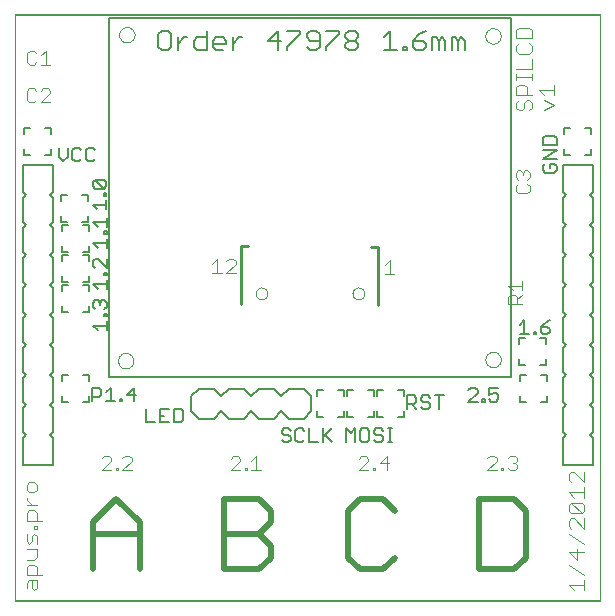
<source format=gto>
G75*
G70*
%OFA0B0*%
%FSLAX24Y24*%
%IPPOS*%
%LPD*%
%AMOC8*
5,1,8,0,0,1.08239X$1,22.5*
%
%ADD10C,0.0000*%
%ADD11C,0.0040*%
%ADD12C,0.0200*%
%ADD13C,0.0060*%
%ADD14C,0.0100*%
%ADD15C,0.0050*%
%ADD16C,0.0080*%
D10*
X000736Y000100D02*
X000736Y019663D01*
X020252Y019663D01*
X020252Y000100D01*
X000736Y000100D01*
X000750Y000128D02*
X000750Y019628D01*
X020250Y019628D01*
X020250Y000128D01*
X000750Y000128D01*
X004181Y008120D02*
X004183Y008151D01*
X004189Y008182D01*
X004198Y008212D01*
X004211Y008241D01*
X004228Y008268D01*
X004248Y008292D01*
X004270Y008314D01*
X004296Y008333D01*
X004323Y008349D01*
X004352Y008361D01*
X004382Y008370D01*
X004413Y008375D01*
X004445Y008376D01*
X004476Y008373D01*
X004507Y008366D01*
X004537Y008356D01*
X004565Y008342D01*
X004591Y008324D01*
X004615Y008304D01*
X004636Y008280D01*
X004655Y008255D01*
X004670Y008227D01*
X004681Y008198D01*
X004689Y008167D01*
X004693Y008136D01*
X004693Y008104D01*
X004689Y008073D01*
X004681Y008042D01*
X004670Y008013D01*
X004655Y007985D01*
X004636Y007960D01*
X004615Y007936D01*
X004591Y007916D01*
X004565Y007898D01*
X004537Y007884D01*
X004507Y007874D01*
X004476Y007867D01*
X004445Y007864D01*
X004413Y007865D01*
X004382Y007870D01*
X004352Y007879D01*
X004323Y007891D01*
X004296Y007907D01*
X004270Y007926D01*
X004248Y007948D01*
X004228Y007972D01*
X004211Y007999D01*
X004198Y008028D01*
X004189Y008058D01*
X004183Y008089D01*
X004181Y008120D01*
X008768Y010364D02*
X008770Y010391D01*
X008776Y010418D01*
X008785Y010444D01*
X008798Y010468D01*
X008814Y010491D01*
X008833Y010510D01*
X008855Y010527D01*
X008879Y010541D01*
X008904Y010551D01*
X008931Y010558D01*
X008958Y010561D01*
X008986Y010560D01*
X009013Y010555D01*
X009039Y010547D01*
X009063Y010535D01*
X009086Y010519D01*
X009107Y010501D01*
X009124Y010480D01*
X009139Y010456D01*
X009150Y010431D01*
X009158Y010405D01*
X009162Y010378D01*
X009162Y010350D01*
X009158Y010323D01*
X009150Y010297D01*
X009139Y010272D01*
X009124Y010248D01*
X009107Y010227D01*
X009086Y010209D01*
X009064Y010193D01*
X009039Y010181D01*
X009013Y010173D01*
X008986Y010168D01*
X008958Y010167D01*
X008931Y010170D01*
X008904Y010177D01*
X008879Y010187D01*
X008855Y010201D01*
X008833Y010218D01*
X008814Y010237D01*
X008798Y010260D01*
X008785Y010284D01*
X008776Y010310D01*
X008770Y010337D01*
X008768Y010364D01*
X011996Y010364D02*
X011998Y010391D01*
X012004Y010418D01*
X012013Y010444D01*
X012026Y010468D01*
X012042Y010491D01*
X012061Y010510D01*
X012083Y010527D01*
X012107Y010541D01*
X012132Y010551D01*
X012159Y010558D01*
X012186Y010561D01*
X012214Y010560D01*
X012241Y010555D01*
X012267Y010547D01*
X012291Y010535D01*
X012314Y010519D01*
X012335Y010501D01*
X012352Y010480D01*
X012367Y010456D01*
X012378Y010431D01*
X012386Y010405D01*
X012390Y010378D01*
X012390Y010350D01*
X012386Y010323D01*
X012378Y010297D01*
X012367Y010272D01*
X012352Y010248D01*
X012335Y010227D01*
X012314Y010209D01*
X012292Y010193D01*
X012267Y010181D01*
X012241Y010173D01*
X012214Y010168D01*
X012186Y010167D01*
X012159Y010170D01*
X012132Y010177D01*
X012107Y010187D01*
X012083Y010201D01*
X012061Y010218D01*
X012042Y010237D01*
X012026Y010260D01*
X012013Y010284D01*
X012004Y010310D01*
X011998Y010337D01*
X011996Y010364D01*
X016425Y008159D02*
X016427Y008190D01*
X016433Y008221D01*
X016442Y008251D01*
X016455Y008280D01*
X016472Y008307D01*
X016492Y008331D01*
X016514Y008353D01*
X016540Y008372D01*
X016567Y008388D01*
X016596Y008400D01*
X016626Y008409D01*
X016657Y008414D01*
X016689Y008415D01*
X016720Y008412D01*
X016751Y008405D01*
X016781Y008395D01*
X016809Y008381D01*
X016835Y008363D01*
X016859Y008343D01*
X016880Y008319D01*
X016899Y008294D01*
X016914Y008266D01*
X016925Y008237D01*
X016933Y008206D01*
X016937Y008175D01*
X016937Y008143D01*
X016933Y008112D01*
X016925Y008081D01*
X016914Y008052D01*
X016899Y008024D01*
X016880Y007999D01*
X016859Y007975D01*
X016835Y007955D01*
X016809Y007937D01*
X016781Y007923D01*
X016751Y007913D01*
X016720Y007906D01*
X016689Y007903D01*
X016657Y007904D01*
X016626Y007909D01*
X016596Y007918D01*
X016567Y007930D01*
X016540Y007946D01*
X016514Y007965D01*
X016492Y007987D01*
X016472Y008011D01*
X016455Y008038D01*
X016442Y008067D01*
X016433Y008097D01*
X016427Y008128D01*
X016425Y008159D01*
X016425Y018946D02*
X016427Y018977D01*
X016433Y019008D01*
X016442Y019038D01*
X016455Y019067D01*
X016472Y019094D01*
X016492Y019118D01*
X016514Y019140D01*
X016540Y019159D01*
X016567Y019175D01*
X016596Y019187D01*
X016626Y019196D01*
X016657Y019201D01*
X016689Y019202D01*
X016720Y019199D01*
X016751Y019192D01*
X016781Y019182D01*
X016809Y019168D01*
X016835Y019150D01*
X016859Y019130D01*
X016880Y019106D01*
X016899Y019081D01*
X016914Y019053D01*
X016925Y019024D01*
X016933Y018993D01*
X016937Y018962D01*
X016937Y018930D01*
X016933Y018899D01*
X016925Y018868D01*
X016914Y018839D01*
X016899Y018811D01*
X016880Y018786D01*
X016859Y018762D01*
X016835Y018742D01*
X016809Y018724D01*
X016781Y018710D01*
X016751Y018700D01*
X016720Y018693D01*
X016689Y018690D01*
X016657Y018691D01*
X016626Y018696D01*
X016596Y018705D01*
X016567Y018717D01*
X016540Y018733D01*
X016514Y018752D01*
X016492Y018774D01*
X016472Y018798D01*
X016455Y018825D01*
X016442Y018854D01*
X016433Y018884D01*
X016427Y018915D01*
X016425Y018946D01*
X004220Y018986D02*
X004222Y019017D01*
X004228Y019048D01*
X004237Y019078D01*
X004250Y019107D01*
X004267Y019134D01*
X004287Y019158D01*
X004309Y019180D01*
X004335Y019199D01*
X004362Y019215D01*
X004391Y019227D01*
X004421Y019236D01*
X004452Y019241D01*
X004484Y019242D01*
X004515Y019239D01*
X004546Y019232D01*
X004576Y019222D01*
X004604Y019208D01*
X004630Y019190D01*
X004654Y019170D01*
X004675Y019146D01*
X004694Y019121D01*
X004709Y019093D01*
X004720Y019064D01*
X004728Y019033D01*
X004732Y019002D01*
X004732Y018970D01*
X004728Y018939D01*
X004720Y018908D01*
X004709Y018879D01*
X004694Y018851D01*
X004675Y018826D01*
X004654Y018802D01*
X004630Y018782D01*
X004604Y018764D01*
X004576Y018750D01*
X004546Y018740D01*
X004515Y018733D01*
X004484Y018730D01*
X004452Y018731D01*
X004421Y018736D01*
X004391Y018745D01*
X004362Y018757D01*
X004335Y018773D01*
X004309Y018792D01*
X004287Y018814D01*
X004267Y018838D01*
X004250Y018865D01*
X004237Y018894D01*
X004228Y018924D01*
X004222Y018955D01*
X004220Y018986D01*
D11*
X001923Y017991D02*
X001616Y017991D01*
X001770Y017991D02*
X001770Y018452D01*
X001616Y018298D01*
X001463Y018375D02*
X001386Y018452D01*
X001233Y018452D01*
X001156Y018375D01*
X001156Y018068D01*
X001233Y017991D01*
X001386Y017991D01*
X001463Y018068D01*
X001378Y017204D02*
X001225Y017204D01*
X001148Y017127D01*
X001148Y016820D01*
X001225Y016743D01*
X001378Y016743D01*
X001455Y016820D01*
X001608Y016743D02*
X001915Y017050D01*
X001915Y017127D01*
X001839Y017204D01*
X001685Y017204D01*
X001608Y017127D01*
X001455Y017127D02*
X001378Y017204D01*
X001608Y016743D02*
X001915Y016743D01*
X007331Y011360D02*
X007484Y011513D01*
X007484Y011053D01*
X007331Y011053D02*
X007638Y011053D01*
X007791Y011053D02*
X008098Y011360D01*
X008098Y011437D01*
X008022Y011513D01*
X007868Y011513D01*
X007791Y011437D01*
X007791Y011053D02*
X008098Y011053D01*
X013079Y011014D02*
X013386Y011014D01*
X013233Y011014D02*
X013233Y011474D01*
X013079Y011321D01*
X017182Y010625D02*
X017642Y010625D01*
X017642Y010778D02*
X017642Y010471D01*
X017642Y010318D02*
X017489Y010164D01*
X017489Y010241D02*
X017489Y010011D01*
X017642Y010011D02*
X017182Y010011D01*
X017182Y010241D01*
X017259Y010318D01*
X017412Y010318D01*
X017489Y010241D01*
X017335Y010471D02*
X017182Y010625D01*
X017517Y013698D02*
X017824Y013698D01*
X017901Y013774D01*
X017901Y013928D01*
X017824Y014005D01*
X017824Y014158D02*
X017901Y014235D01*
X017901Y014388D01*
X017824Y014465D01*
X017748Y014465D01*
X017671Y014388D01*
X017671Y014312D01*
X017671Y014388D02*
X017594Y014465D01*
X017517Y014465D01*
X017441Y014388D01*
X017441Y014235D01*
X017517Y014158D01*
X017517Y014005D02*
X017441Y013928D01*
X017441Y013774D01*
X017517Y013698D01*
X017546Y016463D02*
X017633Y016463D01*
X017720Y016549D01*
X017720Y016723D01*
X017807Y016809D01*
X017893Y016809D01*
X017980Y016723D01*
X017980Y016549D01*
X017893Y016463D01*
X017546Y016463D02*
X017460Y016549D01*
X017460Y016723D01*
X017546Y016809D01*
X017460Y016978D02*
X017460Y017238D01*
X017546Y017325D01*
X017720Y017325D01*
X017807Y017238D01*
X017807Y016978D01*
X017980Y016978D02*
X017460Y016978D01*
X017460Y017494D02*
X017460Y017667D01*
X017460Y017581D02*
X017980Y017581D01*
X017980Y017667D02*
X017980Y017494D01*
X018210Y017152D02*
X018730Y017152D01*
X018730Y017325D02*
X018730Y016978D01*
X018730Y016636D02*
X018383Y016809D01*
X018383Y016978D02*
X018210Y017152D01*
X018383Y016463D02*
X018730Y016636D01*
X017980Y017838D02*
X017460Y017838D01*
X017980Y017838D02*
X017980Y018185D01*
X017893Y018353D02*
X017980Y018440D01*
X017980Y018613D01*
X017893Y018700D01*
X017980Y018869D02*
X017980Y019129D01*
X017893Y019216D01*
X017546Y019216D01*
X017460Y019129D01*
X017460Y018869D01*
X017980Y018869D01*
X017546Y018700D02*
X017460Y018613D01*
X017460Y018440D01*
X017546Y018353D01*
X017893Y018353D01*
X017414Y004943D02*
X017261Y004943D01*
X017184Y004866D01*
X017337Y004712D02*
X017414Y004712D01*
X017491Y004636D01*
X017491Y004559D01*
X017414Y004482D01*
X017261Y004482D01*
X017184Y004559D01*
X017031Y004559D02*
X017031Y004482D01*
X016954Y004482D01*
X016954Y004559D01*
X017031Y004559D01*
X016800Y004482D02*
X016493Y004482D01*
X016800Y004789D01*
X016800Y004866D01*
X016724Y004943D01*
X016570Y004943D01*
X016493Y004866D01*
X017414Y004943D02*
X017491Y004866D01*
X017491Y004789D01*
X017414Y004712D01*
X019210Y004332D02*
X019210Y004159D01*
X019296Y004072D01*
X019210Y004332D02*
X019296Y004419D01*
X019383Y004419D01*
X019730Y004072D01*
X019730Y004419D01*
X019730Y003903D02*
X019730Y003556D01*
X019730Y003730D02*
X019210Y003730D01*
X019383Y003556D01*
X019296Y003388D02*
X019643Y003041D01*
X019730Y003127D01*
X019730Y003301D01*
X019643Y003388D01*
X019296Y003388D01*
X019210Y003301D01*
X019210Y003127D01*
X019296Y003041D01*
X019643Y003041D01*
X019730Y002872D02*
X019730Y002525D01*
X019383Y002872D01*
X019296Y002872D01*
X019210Y002785D01*
X019210Y002612D01*
X019296Y002525D01*
X019210Y002356D02*
X019730Y002009D01*
X019730Y001754D02*
X019210Y001754D01*
X019470Y001494D01*
X019470Y001841D01*
X019210Y001325D02*
X019730Y000978D01*
X019730Y000809D02*
X019730Y000463D01*
X019730Y000636D02*
X019210Y000636D01*
X019383Y000463D01*
X013134Y004469D02*
X013134Y004930D01*
X012904Y004700D01*
X013210Y004700D01*
X012750Y004546D02*
X012750Y004469D01*
X012673Y004469D01*
X012673Y004546D01*
X012750Y004546D01*
X012520Y004469D02*
X012213Y004469D01*
X012520Y004776D01*
X012520Y004853D01*
X012443Y004930D01*
X012290Y004930D01*
X012213Y004853D01*
X008936Y004469D02*
X008629Y004469D01*
X008782Y004469D02*
X008782Y004930D01*
X008629Y004776D01*
X008475Y004546D02*
X008475Y004469D01*
X008399Y004469D01*
X008399Y004546D01*
X008475Y004546D01*
X008245Y004469D02*
X007938Y004469D01*
X008245Y004776D01*
X008245Y004853D01*
X008169Y004930D01*
X008015Y004930D01*
X007938Y004853D01*
X004637Y004789D02*
X004637Y004866D01*
X004560Y004943D01*
X004406Y004943D01*
X004330Y004866D01*
X004637Y004789D02*
X004330Y004482D01*
X004637Y004482D01*
X004176Y004482D02*
X004099Y004482D01*
X004099Y004559D01*
X004176Y004559D01*
X004176Y004482D01*
X003946Y004482D02*
X003639Y004482D01*
X003946Y004789D01*
X003946Y004866D01*
X003869Y004943D01*
X003716Y004943D01*
X003639Y004866D01*
X001480Y003988D02*
X001480Y003815D01*
X001393Y003728D01*
X001220Y003728D01*
X001133Y003815D01*
X001133Y003988D01*
X001220Y004075D01*
X001393Y004075D01*
X001480Y003988D01*
X001133Y003559D02*
X001133Y003472D01*
X001307Y003299D01*
X001480Y003299D02*
X001133Y003299D01*
X001220Y003130D02*
X001393Y003130D01*
X001480Y003043D01*
X001480Y002783D01*
X001480Y002612D02*
X001393Y002612D01*
X001393Y002525D01*
X001480Y002525D01*
X001480Y002612D01*
X001653Y002783D02*
X001133Y002783D01*
X001133Y003043D01*
X001220Y003130D01*
X001133Y002356D02*
X001133Y002096D01*
X001220Y002009D01*
X001307Y002096D01*
X001307Y002270D01*
X001393Y002356D01*
X001480Y002270D01*
X001480Y002009D01*
X001480Y001841D02*
X001133Y001841D01*
X001480Y001841D02*
X001480Y001581D01*
X001393Y001494D01*
X001133Y001494D01*
X001220Y001325D02*
X001393Y001325D01*
X001480Y001238D01*
X001480Y000978D01*
X001480Y000809D02*
X001480Y000549D01*
X001393Y000463D01*
X001307Y000549D01*
X001307Y000809D01*
X001220Y000809D02*
X001133Y000723D01*
X001133Y000549D01*
X001220Y000809D02*
X001480Y000809D01*
X001653Y000978D02*
X001133Y000978D01*
X001133Y001238D01*
X001220Y001325D01*
D12*
X003350Y001168D02*
X003350Y002729D01*
X004131Y003510D01*
X004911Y002729D01*
X004911Y001168D01*
X004911Y002339D02*
X003350Y002339D01*
X007725Y002339D02*
X008896Y002339D01*
X009286Y001948D01*
X009286Y001558D01*
X008896Y001168D01*
X007725Y001168D01*
X007725Y003510D01*
X008896Y003510D01*
X009286Y003119D01*
X009286Y002729D01*
X008896Y002339D01*
X011850Y003119D02*
X011850Y001558D01*
X012240Y001168D01*
X013021Y001168D01*
X013411Y001558D01*
X013411Y003119D02*
X013021Y003510D01*
X012240Y003510D01*
X011850Y003119D01*
X016225Y003510D02*
X016225Y001168D01*
X017396Y001168D01*
X017786Y001558D01*
X017786Y003119D01*
X017396Y003510D01*
X016225Y003510D01*
D13*
X013700Y006243D02*
X013500Y006243D01*
X013700Y006243D02*
X013700Y006443D01*
X013700Y006943D02*
X013700Y007143D01*
X013500Y007143D01*
X013000Y007143D02*
X012800Y007143D01*
X012800Y006943D01*
X012700Y006943D02*
X012700Y007143D01*
X012500Y007143D01*
X012000Y007143D02*
X011800Y007143D01*
X011800Y006943D01*
X011700Y006943D02*
X011700Y007143D01*
X011500Y007143D01*
X011000Y007143D02*
X010800Y007143D01*
X010800Y006943D01*
X010800Y006443D02*
X010800Y006243D01*
X011000Y006243D01*
X011500Y006243D02*
X011700Y006243D01*
X011700Y006443D01*
X011800Y006443D02*
X011800Y006243D01*
X012000Y006243D01*
X012500Y006243D02*
X012700Y006243D01*
X012700Y006443D01*
X012800Y006443D02*
X012800Y006243D01*
X013000Y006243D01*
X017589Y006729D02*
X017789Y006729D01*
X017589Y006729D02*
X017589Y006929D01*
X017589Y007429D02*
X017589Y007629D01*
X017789Y007629D01*
X017750Y007993D02*
X017550Y007993D01*
X017550Y008193D01*
X017550Y008693D02*
X017550Y008893D01*
X017750Y008893D01*
X018250Y008893D02*
X018450Y008893D01*
X018450Y008693D01*
X018450Y008193D02*
X018450Y007993D01*
X018250Y007993D01*
X018289Y007629D02*
X018489Y007629D01*
X018489Y007429D01*
X018489Y006929D02*
X018489Y006729D01*
X018289Y006729D01*
X019050Y014993D02*
X019250Y014993D01*
X019050Y014993D02*
X019050Y015193D01*
X019050Y015693D02*
X019050Y015893D01*
X019250Y015893D01*
X019750Y015893D02*
X019950Y015893D01*
X019950Y015693D01*
X019950Y015193D02*
X019950Y014993D01*
X019750Y014993D01*
X015733Y018473D02*
X015733Y018793D01*
X015626Y018900D01*
X015519Y018793D01*
X015519Y018473D01*
X015306Y018473D02*
X015306Y018900D01*
X015412Y018900D01*
X015519Y018793D01*
X015088Y018793D02*
X015088Y018473D01*
X014875Y018473D02*
X014875Y018793D01*
X014981Y018900D01*
X015088Y018793D01*
X014875Y018793D02*
X014768Y018900D01*
X014661Y018900D01*
X014661Y018473D01*
X014444Y018579D02*
X014444Y018686D01*
X014337Y018793D01*
X014017Y018793D01*
X014017Y018579D01*
X014123Y018473D01*
X014337Y018473D01*
X014444Y018579D01*
X014230Y019006D02*
X014017Y018793D01*
X014230Y019006D02*
X014444Y019113D01*
X013801Y018579D02*
X013801Y018473D01*
X013694Y018473D01*
X013694Y018579D01*
X013801Y018579D01*
X013477Y018473D02*
X013050Y018473D01*
X013263Y018473D02*
X013263Y019113D01*
X013050Y018900D01*
X012188Y018900D02*
X012081Y018793D01*
X011867Y018793D01*
X011761Y018900D01*
X011761Y019006D01*
X011867Y019113D01*
X012081Y019113D01*
X012188Y019006D01*
X012188Y018900D01*
X012081Y018793D02*
X012188Y018686D01*
X012188Y018579D01*
X012081Y018473D01*
X011867Y018473D01*
X011761Y018579D01*
X011761Y018686D01*
X011867Y018793D01*
X011543Y019006D02*
X011116Y018579D01*
X011116Y018473D01*
X010899Y018579D02*
X010899Y019006D01*
X010792Y019113D01*
X010578Y019113D01*
X010472Y019006D01*
X010472Y018900D01*
X010578Y018793D01*
X010899Y018793D01*
X010899Y018579D02*
X010792Y018473D01*
X010578Y018473D01*
X010472Y018579D01*
X010254Y019006D02*
X009827Y018579D01*
X009827Y018473D01*
X009503Y018473D02*
X009503Y019113D01*
X009182Y018793D01*
X009609Y018793D01*
X009827Y019113D02*
X010254Y019113D01*
X010254Y019006D01*
X011116Y019113D02*
X011543Y019113D01*
X011543Y019006D01*
X008321Y018900D02*
X008214Y018900D01*
X008001Y018686D01*
X008001Y018473D02*
X008001Y018900D01*
X007783Y018793D02*
X007783Y018686D01*
X007356Y018686D01*
X007356Y018579D02*
X007356Y018793D01*
X007463Y018900D01*
X007676Y018900D01*
X007783Y018793D01*
X007676Y018473D02*
X007463Y018473D01*
X007356Y018579D01*
X007139Y018473D02*
X006818Y018473D01*
X006712Y018579D01*
X006712Y018793D01*
X006818Y018900D01*
X007139Y018900D01*
X007139Y019113D02*
X007139Y018473D01*
X006495Y018900D02*
X006388Y018900D01*
X006175Y018686D01*
X006175Y018473D02*
X006175Y018900D01*
X005957Y019006D02*
X005957Y018579D01*
X005850Y018473D01*
X005637Y018473D01*
X005530Y018579D01*
X005530Y019006D01*
X005637Y019113D01*
X005850Y019113D01*
X005957Y019006D01*
X001950Y015893D02*
X001950Y015693D01*
X001950Y015893D02*
X001750Y015893D01*
X001250Y015893D02*
X001050Y015893D01*
X001050Y015693D01*
X001050Y015193D02*
X001050Y014993D01*
X001250Y014993D01*
X001750Y014993D02*
X001950Y014993D01*
X001950Y015193D01*
X002279Y013649D02*
X002279Y013449D01*
X002279Y013649D02*
X002479Y013649D01*
X002979Y013649D02*
X003179Y013649D01*
X003179Y013449D01*
X003179Y012949D02*
X003179Y012749D01*
X002979Y012749D01*
X003000Y012643D02*
X003200Y012643D01*
X003200Y012443D01*
X003200Y011943D02*
X003200Y011743D01*
X003000Y011743D01*
X003000Y011643D02*
X003200Y011643D01*
X003200Y011443D01*
X003200Y010943D02*
X003200Y010743D01*
X003000Y010743D01*
X003000Y010643D02*
X003200Y010643D01*
X003200Y010443D01*
X003200Y009943D02*
X003200Y009743D01*
X003000Y009743D01*
X002500Y009743D02*
X002300Y009743D01*
X002300Y009943D01*
X002300Y010443D02*
X002300Y010643D01*
X002500Y010643D01*
X002500Y010743D02*
X002300Y010743D01*
X002300Y010943D01*
X002300Y011443D02*
X002300Y011643D01*
X002500Y011643D01*
X002500Y011743D02*
X002300Y011743D01*
X002300Y011943D01*
X002300Y012443D02*
X002300Y012643D01*
X002500Y012643D01*
X002479Y012749D02*
X002279Y012749D01*
X002279Y012949D01*
X002300Y007643D02*
X002300Y007443D01*
X002300Y007643D02*
X002500Y007643D01*
X003000Y007643D02*
X003200Y007643D01*
X003200Y007443D01*
X003200Y006943D02*
X003200Y006743D01*
X003000Y006743D01*
X002500Y006743D02*
X002300Y006743D01*
X002300Y006943D01*
D14*
X008295Y010009D02*
X008295Y011939D01*
X008531Y011939D01*
X012626Y011899D02*
X012862Y011899D01*
X012862Y009970D01*
D15*
X015864Y007129D02*
X015939Y007204D01*
X016090Y007204D01*
X016165Y007129D01*
X016165Y007054D01*
X015864Y006754D01*
X016165Y006754D01*
X016325Y006754D02*
X016400Y006754D01*
X016400Y006829D01*
X016325Y006829D01*
X016325Y006754D01*
X016555Y006829D02*
X016630Y006754D01*
X016780Y006754D01*
X016855Y006829D01*
X016855Y006979D01*
X016780Y007054D01*
X016705Y007054D01*
X016555Y006979D01*
X016555Y007204D01*
X016855Y007204D01*
X017272Y007569D02*
X003886Y007569D01*
X003886Y011269D01*
X003886Y019537D01*
X017272Y019537D01*
X017272Y019498D01*
X017272Y011506D01*
X017272Y007569D01*
X017575Y009018D02*
X017875Y009018D01*
X017725Y009018D02*
X017725Y009468D01*
X017575Y009318D01*
X018035Y009093D02*
X018035Y009018D01*
X018110Y009018D01*
X018110Y009093D01*
X018035Y009093D01*
X018266Y009093D02*
X018341Y009018D01*
X018491Y009018D01*
X018566Y009093D01*
X018566Y009168D01*
X018491Y009243D01*
X018266Y009243D01*
X018266Y009093D01*
X018266Y009243D02*
X018416Y009393D01*
X018566Y009468D01*
X019000Y009528D02*
X019000Y008728D01*
X019100Y008628D01*
X019000Y008528D01*
X019000Y007728D01*
X019100Y007628D01*
X019000Y007528D01*
X019000Y006728D01*
X019100Y006628D01*
X019000Y006528D01*
X019000Y005728D01*
X019100Y005628D01*
X019000Y005528D01*
X019000Y004628D01*
X020000Y004628D01*
X020000Y005528D01*
X019900Y005628D01*
X020000Y005728D01*
X020000Y006528D01*
X019900Y006628D01*
X020000Y006728D01*
X020000Y007528D01*
X019900Y007628D01*
X020000Y007728D01*
X020000Y008528D01*
X019900Y008628D01*
X020000Y008728D01*
X020000Y009528D01*
X019900Y009628D01*
X020000Y009728D01*
X020000Y010528D01*
X019900Y010628D01*
X020000Y010728D01*
X020000Y011528D01*
X019900Y011628D01*
X020000Y011728D01*
X020000Y012528D01*
X019900Y012628D01*
X020000Y012728D01*
X020000Y013528D01*
X019900Y013628D01*
X020000Y013728D01*
X020000Y014628D01*
X019000Y014628D01*
X019000Y013728D01*
X019100Y013628D01*
X019000Y013528D01*
X019000Y012728D01*
X019100Y012628D01*
X019000Y012528D01*
X019000Y011728D01*
X019100Y011628D01*
X019000Y011528D01*
X019000Y010728D01*
X019100Y010628D01*
X019000Y010528D01*
X019000Y009728D01*
X019100Y009628D01*
X019000Y009528D01*
X015046Y006968D02*
X014746Y006968D01*
X014896Y006968D02*
X014896Y006518D01*
X014586Y006593D02*
X014511Y006518D01*
X014360Y006518D01*
X014285Y006593D01*
X014360Y006743D02*
X014511Y006743D01*
X014586Y006668D01*
X014586Y006593D01*
X014360Y006743D02*
X014285Y006818D01*
X014285Y006893D01*
X014360Y006968D01*
X014511Y006968D01*
X014586Y006893D01*
X014125Y006893D02*
X014125Y006743D01*
X014050Y006668D01*
X013825Y006668D01*
X013975Y006668D02*
X014125Y006518D01*
X013825Y006518D02*
X013825Y006968D01*
X014050Y006968D01*
X014125Y006893D01*
X013318Y005868D02*
X013168Y005868D01*
X013243Y005868D02*
X013243Y005418D01*
X013168Y005418D02*
X013318Y005418D01*
X013008Y005493D02*
X012933Y005418D01*
X012783Y005418D01*
X012708Y005493D01*
X012548Y005493D02*
X012472Y005418D01*
X012322Y005418D01*
X012247Y005493D01*
X012247Y005793D01*
X012322Y005868D01*
X012472Y005868D01*
X012548Y005793D01*
X012548Y005493D01*
X012708Y005718D02*
X012783Y005643D01*
X012933Y005643D01*
X013008Y005568D01*
X013008Y005493D01*
X013008Y005793D02*
X012933Y005868D01*
X012783Y005868D01*
X012708Y005793D01*
X012708Y005718D01*
X012087Y005868D02*
X012087Y005418D01*
X011787Y005418D02*
X011787Y005868D01*
X011937Y005718D01*
X012087Y005868D01*
X011315Y005868D02*
X011015Y005568D01*
X011090Y005643D02*
X011315Y005418D01*
X011015Y005418D02*
X011015Y005868D01*
X010554Y005868D02*
X010554Y005418D01*
X010854Y005418D01*
X010394Y005493D02*
X010319Y005418D01*
X010169Y005418D01*
X010094Y005493D01*
X010094Y005793D01*
X010169Y005868D01*
X010319Y005868D01*
X010394Y005793D01*
X009934Y005793D02*
X009859Y005868D01*
X009708Y005868D01*
X009633Y005793D01*
X009633Y005718D01*
X009708Y005643D01*
X009859Y005643D01*
X009934Y005568D01*
X009934Y005493D01*
X009859Y005418D01*
X009708Y005418D01*
X009633Y005493D01*
X006341Y006138D02*
X006341Y006438D01*
X006266Y006513D01*
X006041Y006513D01*
X006041Y006063D01*
X006266Y006063D01*
X006341Y006138D01*
X005881Y006063D02*
X005580Y006063D01*
X005580Y006513D01*
X005881Y006513D01*
X005731Y006288D02*
X005580Y006288D01*
X005420Y006063D02*
X005120Y006063D01*
X005120Y006513D01*
X004701Y006768D02*
X004701Y007218D01*
X004476Y006993D01*
X004776Y006993D01*
X004321Y006843D02*
X004321Y006768D01*
X004246Y006768D01*
X004246Y006843D01*
X004321Y006843D01*
X004086Y006768D02*
X003785Y006768D01*
X003936Y006768D02*
X003936Y007218D01*
X003785Y007068D01*
X003625Y007143D02*
X003625Y006993D01*
X003550Y006918D01*
X003325Y006918D01*
X003325Y006768D02*
X003325Y007218D01*
X003550Y007218D01*
X003625Y007143D01*
X002000Y007528D02*
X002000Y006728D01*
X001900Y006628D01*
X002000Y006528D01*
X002000Y005728D01*
X001900Y005628D01*
X002000Y005528D01*
X002000Y004628D01*
X001000Y004628D01*
X001000Y005528D01*
X001100Y005628D01*
X001000Y005728D01*
X001000Y006528D01*
X001100Y006628D01*
X001000Y006728D01*
X001000Y007528D01*
X001100Y007628D01*
X001000Y007728D01*
X001000Y008528D01*
X001100Y008628D01*
X001000Y008728D01*
X001000Y009528D01*
X001100Y009628D01*
X001000Y009728D01*
X001000Y010528D01*
X001100Y010628D01*
X001000Y010728D01*
X001000Y011528D01*
X001100Y011628D01*
X001000Y011728D01*
X001000Y012528D01*
X001100Y012628D01*
X001000Y012728D01*
X001000Y013528D01*
X001100Y013628D01*
X001000Y013728D01*
X001000Y014628D01*
X002000Y014628D01*
X002000Y013728D01*
X001900Y013628D01*
X002000Y013528D01*
X002000Y012728D01*
X001900Y012628D01*
X002000Y012528D01*
X002000Y011728D01*
X001900Y011628D01*
X002000Y011528D01*
X002000Y010728D01*
X001900Y010628D01*
X002000Y010528D01*
X002000Y009728D01*
X001900Y009628D01*
X002000Y009528D01*
X002000Y008728D01*
X001900Y008628D01*
X002000Y008528D01*
X002000Y007728D01*
X001900Y007628D01*
X002000Y007528D01*
X003500Y009143D02*
X003350Y009293D01*
X003800Y009293D01*
X003800Y009143D02*
X003800Y009443D01*
X003800Y009603D02*
X003800Y009678D01*
X003725Y009678D01*
X003725Y009603D01*
X003800Y009603D01*
X003725Y009833D02*
X003800Y009908D01*
X003800Y010058D01*
X003725Y010133D01*
X003650Y010133D01*
X003575Y010058D01*
X003575Y009983D01*
X003575Y010058D02*
X003500Y010133D01*
X003425Y010133D01*
X003350Y010058D01*
X003350Y009908D01*
X003425Y009833D01*
X003500Y010518D02*
X003350Y010668D01*
X003800Y010668D01*
X003800Y010518D02*
X003800Y010818D01*
X003800Y010978D02*
X003800Y011053D01*
X003725Y011053D01*
X003725Y010978D01*
X003800Y010978D01*
X003800Y011208D02*
X003500Y011508D01*
X003425Y011508D01*
X003350Y011433D01*
X003350Y011283D01*
X003425Y011208D01*
X003800Y011208D02*
X003800Y011508D01*
X003800Y011893D02*
X003800Y012193D01*
X003800Y012043D02*
X003350Y012043D01*
X003500Y011893D01*
X003725Y012353D02*
X003725Y012428D01*
X003800Y012428D01*
X003800Y012353D01*
X003725Y012353D01*
X003800Y012583D02*
X003800Y012883D01*
X003800Y012733D02*
X003350Y012733D01*
X003500Y012583D01*
X003482Y013162D02*
X003332Y013312D01*
X003782Y013312D01*
X003782Y013162D02*
X003782Y013462D01*
X003782Y013623D02*
X003782Y013698D01*
X003707Y013698D01*
X003707Y013623D01*
X003782Y013623D01*
X003707Y013853D02*
X003407Y014153D01*
X003707Y014153D01*
X003782Y014078D01*
X003782Y013928D01*
X003707Y013853D01*
X003407Y013853D01*
X003332Y013928D01*
X003332Y014078D01*
X003407Y014153D01*
X003346Y014768D02*
X003196Y014768D01*
X003121Y014843D01*
X003121Y015143D01*
X003196Y015218D01*
X003346Y015218D01*
X003421Y015143D01*
X003421Y014843D02*
X003346Y014768D01*
X002961Y014843D02*
X002886Y014768D01*
X002735Y014768D01*
X002660Y014843D01*
X002660Y015143D01*
X002735Y015218D01*
X002886Y015218D01*
X002961Y015143D01*
X002500Y015218D02*
X002500Y014918D01*
X002350Y014768D01*
X002200Y014918D01*
X002200Y015218D01*
X018350Y015153D02*
X018800Y015153D01*
X018350Y014853D01*
X018800Y014853D01*
X018725Y014693D02*
X018575Y014693D01*
X018575Y014543D01*
X018725Y014693D02*
X018800Y014618D01*
X018800Y014468D01*
X018725Y014393D01*
X018425Y014393D01*
X018350Y014468D01*
X018350Y014618D01*
X018425Y014693D01*
X018350Y015313D02*
X018350Y015538D01*
X018425Y015614D01*
X018725Y015614D01*
X018800Y015538D01*
X018800Y015313D01*
X018350Y015313D01*
D16*
X010375Y007193D02*
X010625Y006943D01*
X010625Y006443D01*
X010375Y006193D01*
X009875Y006193D01*
X009625Y006443D01*
X009375Y006193D01*
X008875Y006193D01*
X008625Y006443D01*
X008375Y006193D01*
X007875Y006193D01*
X007625Y006443D01*
X007375Y006193D01*
X006875Y006193D01*
X006625Y006443D01*
X006625Y006943D01*
X006875Y007193D01*
X007375Y007193D01*
X007625Y006943D01*
X007875Y007193D01*
X008375Y007193D01*
X008625Y006943D01*
X008875Y007193D01*
X009375Y007193D01*
X009625Y006943D01*
X009875Y007193D01*
X010375Y007193D01*
M02*

</source>
